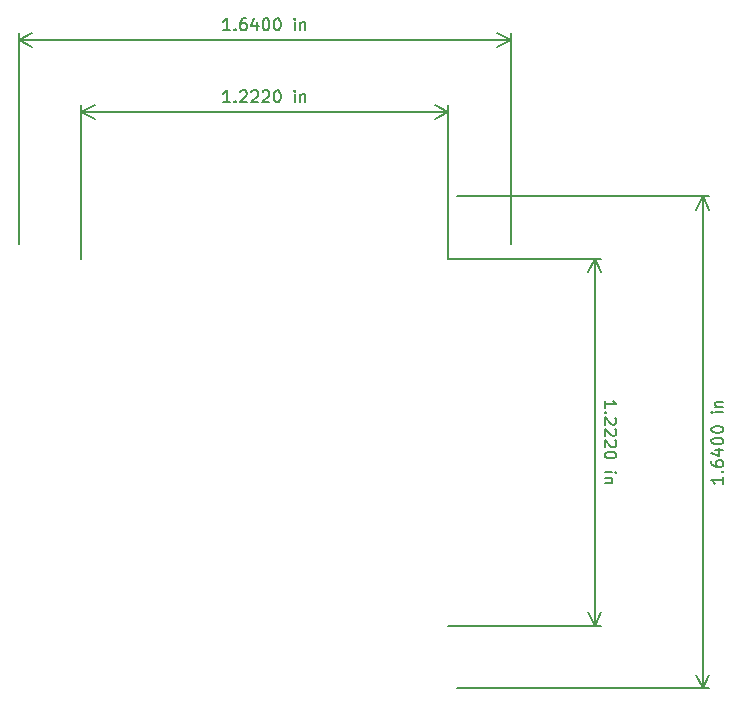
<source format=gbr>
%TF.GenerationSoftware,KiCad,Pcbnew,5.1.10*%
%TF.CreationDate,2021-11-03T12:23:44-04:00*%
%TF.ProjectId,stepper_driver,73746570-7065-4725-9f64-72697665722e,1.0*%
%TF.SameCoordinates,Original*%
%TF.FileFunction,OtherDrawing,Comment*%
%FSLAX46Y46*%
G04 Gerber Fmt 4.6, Leading zero omitted, Abs format (unit mm)*
G04 Created by KiCad (PCBNEW 5.1.10) date 2021-11-03 12:23:44*
%MOMM*%
%LPD*%
G01*
G04 APERTURE LIST*
%ADD10C,0.150000*%
G04 APERTURE END LIST*
D10*
X178536380Y-91828571D02*
X178536380Y-92400000D01*
X178536380Y-92114285D02*
X177536380Y-92114285D01*
X177679238Y-92209523D01*
X177774476Y-92304761D01*
X177822095Y-92400000D01*
X178441142Y-91400000D02*
X178488761Y-91352380D01*
X178536380Y-91400000D01*
X178488761Y-91447619D01*
X178441142Y-91400000D01*
X178536380Y-91400000D01*
X177536380Y-90495238D02*
X177536380Y-90685714D01*
X177584000Y-90780952D01*
X177631619Y-90828571D01*
X177774476Y-90923809D01*
X177964952Y-90971428D01*
X178345904Y-90971428D01*
X178441142Y-90923809D01*
X178488761Y-90876190D01*
X178536380Y-90780952D01*
X178536380Y-90590476D01*
X178488761Y-90495238D01*
X178441142Y-90447619D01*
X178345904Y-90400000D01*
X178107809Y-90400000D01*
X178012571Y-90447619D01*
X177964952Y-90495238D01*
X177917333Y-90590476D01*
X177917333Y-90780952D01*
X177964952Y-90876190D01*
X178012571Y-90923809D01*
X178107809Y-90971428D01*
X177869714Y-89542857D02*
X178536380Y-89542857D01*
X177488761Y-89780952D02*
X178203047Y-90019047D01*
X178203047Y-89400000D01*
X177536380Y-88828571D02*
X177536380Y-88733333D01*
X177584000Y-88638095D01*
X177631619Y-88590476D01*
X177726857Y-88542857D01*
X177917333Y-88495238D01*
X178155428Y-88495238D01*
X178345904Y-88542857D01*
X178441142Y-88590476D01*
X178488761Y-88638095D01*
X178536380Y-88733333D01*
X178536380Y-88828571D01*
X178488761Y-88923809D01*
X178441142Y-88971428D01*
X178345904Y-89019047D01*
X178155428Y-89066666D01*
X177917333Y-89066666D01*
X177726857Y-89019047D01*
X177631619Y-88971428D01*
X177584000Y-88923809D01*
X177536380Y-88828571D01*
X177536380Y-87876190D02*
X177536380Y-87780952D01*
X177584000Y-87685714D01*
X177631619Y-87638095D01*
X177726857Y-87590476D01*
X177917333Y-87542857D01*
X178155428Y-87542857D01*
X178345904Y-87590476D01*
X178441142Y-87638095D01*
X178488761Y-87685714D01*
X178536380Y-87780952D01*
X178536380Y-87876190D01*
X178488761Y-87971428D01*
X178441142Y-88019047D01*
X178345904Y-88066666D01*
X178155428Y-88114285D01*
X177917333Y-88114285D01*
X177726857Y-88066666D01*
X177631619Y-88019047D01*
X177584000Y-87971428D01*
X177536380Y-87876190D01*
X178536380Y-86352380D02*
X177869714Y-86352380D01*
X177536380Y-86352380D02*
X177584000Y-86400000D01*
X177631619Y-86352380D01*
X177584000Y-86304761D01*
X177536380Y-86352380D01*
X177631619Y-86352380D01*
X177869714Y-85876190D02*
X178536380Y-85876190D01*
X177964952Y-85876190D02*
X177917333Y-85828571D01*
X177869714Y-85733333D01*
X177869714Y-85590476D01*
X177917333Y-85495238D01*
X178012571Y-85447619D01*
X178536380Y-85447619D01*
X176784000Y-109728000D02*
X176784000Y-68072000D01*
X155956000Y-109728000D02*
X177370421Y-109728000D01*
X155956000Y-68072000D02*
X177370421Y-68072000D01*
X176784000Y-68072000D02*
X177370421Y-69198504D01*
X176784000Y-68072000D02*
X176197579Y-69198504D01*
X176784000Y-109728000D02*
X177370421Y-108601496D01*
X176784000Y-109728000D02*
X176197579Y-108601496D01*
X136771428Y-54016380D02*
X136200000Y-54016380D01*
X136485714Y-54016380D02*
X136485714Y-53016380D01*
X136390476Y-53159238D01*
X136295238Y-53254476D01*
X136200000Y-53302095D01*
X137200000Y-53921142D02*
X137247619Y-53968761D01*
X137200000Y-54016380D01*
X137152380Y-53968761D01*
X137200000Y-53921142D01*
X137200000Y-54016380D01*
X138104761Y-53016380D02*
X137914285Y-53016380D01*
X137819047Y-53064000D01*
X137771428Y-53111619D01*
X137676190Y-53254476D01*
X137628571Y-53444952D01*
X137628571Y-53825904D01*
X137676190Y-53921142D01*
X137723809Y-53968761D01*
X137819047Y-54016380D01*
X138009523Y-54016380D01*
X138104761Y-53968761D01*
X138152380Y-53921142D01*
X138200000Y-53825904D01*
X138200000Y-53587809D01*
X138152380Y-53492571D01*
X138104761Y-53444952D01*
X138009523Y-53397333D01*
X137819047Y-53397333D01*
X137723809Y-53444952D01*
X137676190Y-53492571D01*
X137628571Y-53587809D01*
X139057142Y-53349714D02*
X139057142Y-54016380D01*
X138819047Y-52968761D02*
X138580952Y-53683047D01*
X139200000Y-53683047D01*
X139771428Y-53016380D02*
X139866666Y-53016380D01*
X139961904Y-53064000D01*
X140009523Y-53111619D01*
X140057142Y-53206857D01*
X140104761Y-53397333D01*
X140104761Y-53635428D01*
X140057142Y-53825904D01*
X140009523Y-53921142D01*
X139961904Y-53968761D01*
X139866666Y-54016380D01*
X139771428Y-54016380D01*
X139676190Y-53968761D01*
X139628571Y-53921142D01*
X139580952Y-53825904D01*
X139533333Y-53635428D01*
X139533333Y-53397333D01*
X139580952Y-53206857D01*
X139628571Y-53111619D01*
X139676190Y-53064000D01*
X139771428Y-53016380D01*
X140723809Y-53016380D02*
X140819047Y-53016380D01*
X140914285Y-53064000D01*
X140961904Y-53111619D01*
X141009523Y-53206857D01*
X141057142Y-53397333D01*
X141057142Y-53635428D01*
X141009523Y-53825904D01*
X140961904Y-53921142D01*
X140914285Y-53968761D01*
X140819047Y-54016380D01*
X140723809Y-54016380D01*
X140628571Y-53968761D01*
X140580952Y-53921142D01*
X140533333Y-53825904D01*
X140485714Y-53635428D01*
X140485714Y-53397333D01*
X140533333Y-53206857D01*
X140580952Y-53111619D01*
X140628571Y-53064000D01*
X140723809Y-53016380D01*
X142247619Y-54016380D02*
X142247619Y-53349714D01*
X142247619Y-53016380D02*
X142200000Y-53064000D01*
X142247619Y-53111619D01*
X142295238Y-53064000D01*
X142247619Y-53016380D01*
X142247619Y-53111619D01*
X142723809Y-53349714D02*
X142723809Y-54016380D01*
X142723809Y-53444952D02*
X142771428Y-53397333D01*
X142866666Y-53349714D01*
X143009523Y-53349714D01*
X143104761Y-53397333D01*
X143152380Y-53492571D01*
X143152380Y-54016380D01*
X118872000Y-54864000D02*
X160528000Y-54864000D01*
X118872000Y-72136000D02*
X118872000Y-54277579D01*
X160528000Y-72136000D02*
X160528000Y-54277579D01*
X160528000Y-54864000D02*
X159401496Y-55450421D01*
X160528000Y-54864000D02*
X159401496Y-54277579D01*
X118872000Y-54864000D02*
X119998504Y-55450421D01*
X118872000Y-54864000D02*
X119998504Y-54277579D01*
X168487619Y-85971428D02*
X168487619Y-85400000D01*
X168487619Y-85685714D02*
X169487619Y-85685714D01*
X169344761Y-85590476D01*
X169249523Y-85495238D01*
X169201904Y-85400000D01*
X168582857Y-86400000D02*
X168535238Y-86447619D01*
X168487619Y-86400000D01*
X168535238Y-86352380D01*
X168582857Y-86400000D01*
X168487619Y-86400000D01*
X169392380Y-86828571D02*
X169440000Y-86876190D01*
X169487619Y-86971428D01*
X169487619Y-87209523D01*
X169440000Y-87304761D01*
X169392380Y-87352380D01*
X169297142Y-87400000D01*
X169201904Y-87400000D01*
X169059047Y-87352380D01*
X168487619Y-86780952D01*
X168487619Y-87400000D01*
X169392380Y-87780952D02*
X169440000Y-87828571D01*
X169487619Y-87923809D01*
X169487619Y-88161904D01*
X169440000Y-88257142D01*
X169392380Y-88304761D01*
X169297142Y-88352380D01*
X169201904Y-88352380D01*
X169059047Y-88304761D01*
X168487619Y-87733333D01*
X168487619Y-88352380D01*
X169392380Y-88733333D02*
X169440000Y-88780952D01*
X169487619Y-88876190D01*
X169487619Y-89114285D01*
X169440000Y-89209523D01*
X169392380Y-89257142D01*
X169297142Y-89304761D01*
X169201904Y-89304761D01*
X169059047Y-89257142D01*
X168487619Y-88685714D01*
X168487619Y-89304761D01*
X169487619Y-89923809D02*
X169487619Y-90019047D01*
X169440000Y-90114285D01*
X169392380Y-90161904D01*
X169297142Y-90209523D01*
X169106666Y-90257142D01*
X168868571Y-90257142D01*
X168678095Y-90209523D01*
X168582857Y-90161904D01*
X168535238Y-90114285D01*
X168487619Y-90019047D01*
X168487619Y-89923809D01*
X168535238Y-89828571D01*
X168582857Y-89780952D01*
X168678095Y-89733333D01*
X168868571Y-89685714D01*
X169106666Y-89685714D01*
X169297142Y-89733333D01*
X169392380Y-89780952D01*
X169440000Y-89828571D01*
X169487619Y-89923809D01*
X168487619Y-91447619D02*
X169154285Y-91447619D01*
X169487619Y-91447619D02*
X169440000Y-91400000D01*
X169392380Y-91447619D01*
X169440000Y-91495238D01*
X169487619Y-91447619D01*
X169392380Y-91447619D01*
X169154285Y-91923809D02*
X168487619Y-91923809D01*
X169059047Y-91923809D02*
X169106666Y-91971428D01*
X169154285Y-92066666D01*
X169154285Y-92209523D01*
X169106666Y-92304761D01*
X169011428Y-92352380D01*
X168487619Y-92352380D01*
X167640000Y-73380600D02*
X167640000Y-104419400D01*
X155219400Y-73380600D02*
X168226421Y-73380600D01*
X155219400Y-104419400D02*
X168226421Y-104419400D01*
X167640000Y-104419400D02*
X167053579Y-103292896D01*
X167640000Y-104419400D02*
X168226421Y-103292896D01*
X167640000Y-73380600D02*
X167053579Y-74507104D01*
X167640000Y-73380600D02*
X168226421Y-74507104D01*
X136771428Y-60112380D02*
X136200000Y-60112380D01*
X136485714Y-60112380D02*
X136485714Y-59112380D01*
X136390476Y-59255238D01*
X136295238Y-59350476D01*
X136200000Y-59398095D01*
X137200000Y-60017142D02*
X137247619Y-60064761D01*
X137200000Y-60112380D01*
X137152380Y-60064761D01*
X137200000Y-60017142D01*
X137200000Y-60112380D01*
X137628571Y-59207619D02*
X137676190Y-59160000D01*
X137771428Y-59112380D01*
X138009523Y-59112380D01*
X138104761Y-59160000D01*
X138152380Y-59207619D01*
X138200000Y-59302857D01*
X138200000Y-59398095D01*
X138152380Y-59540952D01*
X137580952Y-60112380D01*
X138200000Y-60112380D01*
X138580952Y-59207619D02*
X138628571Y-59160000D01*
X138723809Y-59112380D01*
X138961904Y-59112380D01*
X139057142Y-59160000D01*
X139104761Y-59207619D01*
X139152380Y-59302857D01*
X139152380Y-59398095D01*
X139104761Y-59540952D01*
X138533333Y-60112380D01*
X139152380Y-60112380D01*
X139533333Y-59207619D02*
X139580952Y-59160000D01*
X139676190Y-59112380D01*
X139914285Y-59112380D01*
X140009523Y-59160000D01*
X140057142Y-59207619D01*
X140104761Y-59302857D01*
X140104761Y-59398095D01*
X140057142Y-59540952D01*
X139485714Y-60112380D01*
X140104761Y-60112380D01*
X140723809Y-59112380D02*
X140819047Y-59112380D01*
X140914285Y-59160000D01*
X140961904Y-59207619D01*
X141009523Y-59302857D01*
X141057142Y-59493333D01*
X141057142Y-59731428D01*
X141009523Y-59921904D01*
X140961904Y-60017142D01*
X140914285Y-60064761D01*
X140819047Y-60112380D01*
X140723809Y-60112380D01*
X140628571Y-60064761D01*
X140580952Y-60017142D01*
X140533333Y-59921904D01*
X140485714Y-59731428D01*
X140485714Y-59493333D01*
X140533333Y-59302857D01*
X140580952Y-59207619D01*
X140628571Y-59160000D01*
X140723809Y-59112380D01*
X142247619Y-60112380D02*
X142247619Y-59445714D01*
X142247619Y-59112380D02*
X142200000Y-59160000D01*
X142247619Y-59207619D01*
X142295238Y-59160000D01*
X142247619Y-59112380D01*
X142247619Y-59207619D01*
X142723809Y-59445714D02*
X142723809Y-60112380D01*
X142723809Y-59540952D02*
X142771428Y-59493333D01*
X142866666Y-59445714D01*
X143009523Y-59445714D01*
X143104761Y-59493333D01*
X143152380Y-59588571D01*
X143152380Y-60112380D01*
X124180600Y-60960000D02*
X155219400Y-60960000D01*
X124180600Y-73380600D02*
X124180600Y-60373579D01*
X155219400Y-73380600D02*
X155219400Y-60373579D01*
X155219400Y-60960000D02*
X154092896Y-61546421D01*
X155219400Y-60960000D02*
X154092896Y-60373579D01*
X124180600Y-60960000D02*
X125307104Y-61546421D01*
X124180600Y-60960000D02*
X125307104Y-60373579D01*
M02*

</source>
